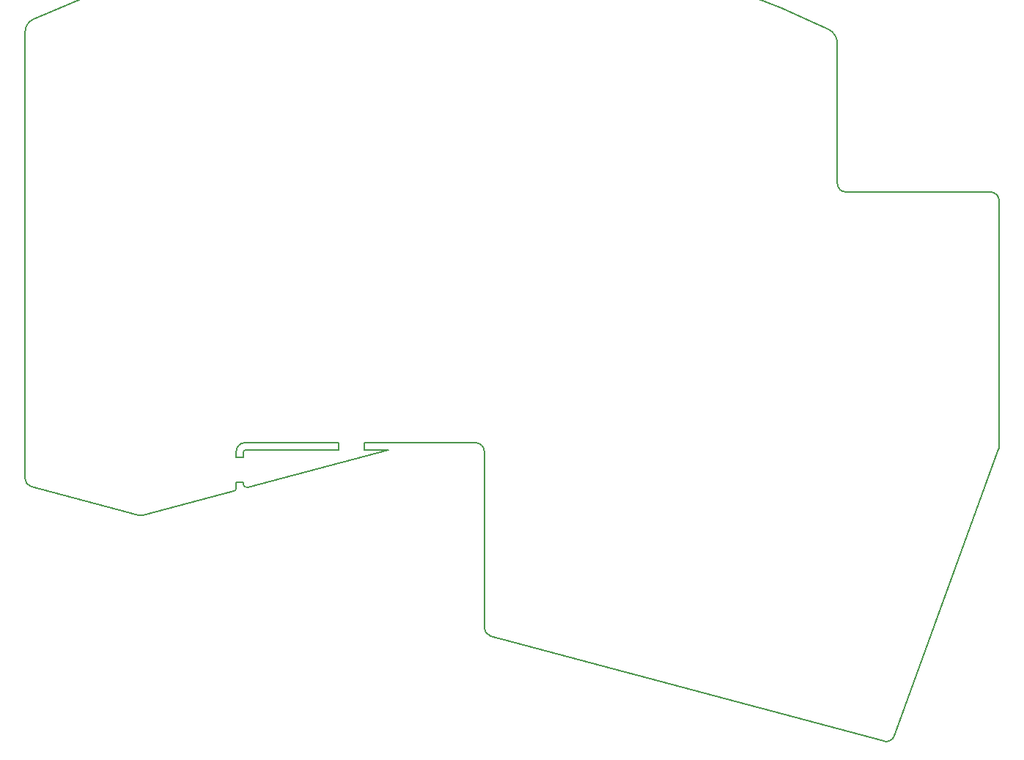
<source format=gm1>
G04 #@! TF.GenerationSoftware,KiCad,Pcbnew,7.0.5*
G04 #@! TF.CreationDate,2024-01-08T16:35:04+08:00*
G04 #@! TF.ProjectId,Kretstr_d_v2,4b726574-7374-472e-9464-5f76322e6b69,rev?*
G04 #@! TF.SameCoordinates,Original*
G04 #@! TF.FileFunction,Profile,NP*
%FSLAX46Y46*%
G04 Gerber Fmt 4.6, Leading zero omitted, Abs format (unit mm)*
G04 Created by KiCad (PCBNEW 7.0.5) date 2024-01-08 16:35:04*
%MOMM*%
%LPD*%
G01*
G04 APERTURE LIST*
G04 #@! TA.AperFunction,Profile*
%ADD10C,0.150000*%
G04 #@! TD*
G04 APERTURE END LIST*
D10*
X92424060Y-112308499D02*
G75*
G03*
X92941801Y-112308483I258840J966099D01*
G01*
X105004673Y-109059171D02*
X121258000Y-104706564D01*
X103405066Y-109503603D02*
G75*
G03*
X103701200Y-109117354I-103766J386203D01*
G01*
X132349981Y-125252721D02*
G75*
G03*
X133091123Y-126218630I1000019J21D01*
G01*
X173128112Y-57785000D02*
X173128112Y-73939377D01*
X191761615Y-104688462D02*
G75*
G03*
X191821989Y-104346248I-1319715J409262D01*
G01*
X173128123Y-73939377D02*
G75*
G03*
X174128112Y-74939377I999977J-23D01*
G01*
X80048623Y-108992524D02*
X92424057Y-112308511D01*
X104501200Y-108508800D02*
X104501200Y-108672786D01*
X104901200Y-104706564D02*
X115519200Y-104706564D01*
X132350000Y-104906564D02*
X132350000Y-125252721D01*
X79308370Y-108026853D02*
G75*
G03*
X80048623Y-108992523I999930J-47D01*
G01*
X173128106Y-57785000D02*
G75*
G03*
X172085000Y-56134000I-1806606J13600D01*
G01*
X92941801Y-112308483D02*
X103405074Y-109503631D01*
X179713515Y-137769174D02*
X191761612Y-104688461D01*
X103701200Y-108508800D02*
X103701200Y-109117354D01*
X104701200Y-103906564D02*
X115519200Y-103906564D01*
X172084998Y-56134004D02*
G75*
G03*
X80349790Y-54941881I-47133738J-96834456D01*
G01*
X190821990Y-74939377D02*
X174128112Y-74939377D01*
X132350036Y-104906564D02*
G75*
G03*
X131350000Y-103906564I-1000036J-36D01*
G01*
X104501200Y-105106564D02*
X104501200Y-105613200D01*
X178515072Y-138392902D02*
G75*
G03*
X179713514Y-137769174I258828J965902D01*
G01*
X118516400Y-103906564D02*
X131350000Y-103906564D01*
X104701200Y-103906500D02*
G75*
G03*
X103701200Y-104906564I100J-1000100D01*
G01*
X104501200Y-108508800D02*
X103701200Y-108508800D01*
X103701200Y-104906564D02*
X103701200Y-105613200D01*
X191822023Y-75939377D02*
G75*
G03*
X190821990Y-74939377I-1000023J-23D01*
G01*
X80349777Y-54941848D02*
G75*
G03*
X79308390Y-56516681I623223J-1543852D01*
G01*
X104901200Y-104706500D02*
G75*
G03*
X104501200Y-105106564I100J-400100D01*
G01*
X118516400Y-104706564D02*
X118516400Y-103906564D01*
X118516400Y-104706564D02*
X121258000Y-104706564D01*
X104501200Y-105613200D02*
X103701200Y-105613200D01*
X115519200Y-104706564D02*
X115519200Y-103906564D01*
X191821990Y-75939377D02*
X191821990Y-104346248D01*
X133091123Y-126218631D02*
X178515076Y-138392888D01*
X104501214Y-108672786D02*
G75*
G03*
X105004673Y-109059171I399986J-14D01*
G01*
X79308390Y-56516681D02*
X79308390Y-108026853D01*
M02*

</source>
